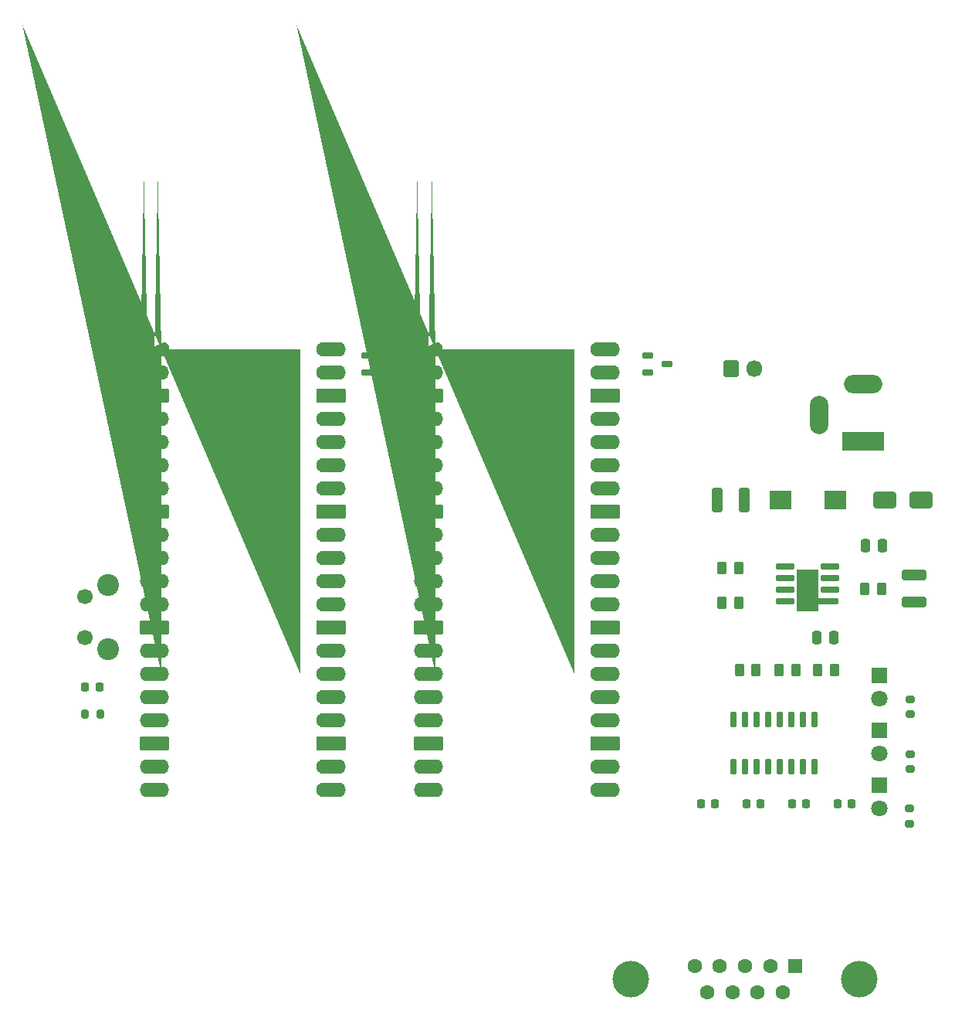
<source format=gts>
%TF.GenerationSoftware,KiCad,Pcbnew,7.0.1-3b83917a11~171~ubuntu20.04.1*%
%TF.CreationDate,2023-05-08T06:47:33+09:00*%
%TF.ProjectId,pcb,7063622e-6b69-4636-9164-5f7063625858,rev?*%
%TF.SameCoordinates,Original*%
%TF.FileFunction,Soldermask,Top*%
%TF.FilePolarity,Negative*%
%FSLAX46Y46*%
G04 Gerber Fmt 4.6, Leading zero omitted, Abs format (unit mm)*
G04 Created by KiCad (PCBNEW 7.0.1-3b83917a11~171~ubuntu20.04.1) date 2023-05-08 06:47:33*
%MOMM*%
%LPD*%
G01*
G04 APERTURE LIST*
G04 Aperture macros list*
%AMRoundRect*
0 Rectangle with rounded corners*
0 $1 Rounding radius*
0 $2 $3 $4 $5 $6 $7 $8 $9 X,Y pos of 4 corners*
0 Add a 4 corners polygon primitive as box body*
4,1,4,$2,$3,$4,$5,$6,$7,$8,$9,$2,$3,0*
0 Add four circle primitives for the rounded corners*
1,1,$1+$1,$2,$3*
1,1,$1+$1,$4,$5*
1,1,$1+$1,$6,$7*
1,1,$1+$1,$8,$9*
0 Add four rect primitives between the rounded corners*
20,1,$1+$1,$2,$3,$4,$5,0*
20,1,$1+$1,$4,$5,$6,$7,0*
20,1,$1+$1,$6,$7,$8,$9,0*
20,1,$1+$1,$8,$9,$2,$3,0*%
%AMFreePoly0*
4,1,58,1.881242,0.792533,1.914585,0.788777,1.924216,0.782725,1.935306,0.780194,1.961541,0.759271,1.989950,0.741421,2.341421,0.389950,2.359271,0.361541,2.380194,0.335306,2.382725,0.324216,2.388777,0.314585,2.392533,0.281242,2.400000,0.248529,2.400000,-0.248529,2.392533,-0.281242,2.388777,-0.314585,2.382725,-0.324216,2.380194,-0.335306,2.359271,-0.361541,2.341421,-0.389950,
1.989950,-0.741421,1.961541,-0.759271,1.935306,-0.780194,1.924216,-0.782725,1.914585,-0.788777,1.881242,-0.792533,1.848529,-0.800000,0.000000,-0.800000,-0.248529,-0.800000,-0.281242,-0.792533,-0.314585,-0.788777,-0.324216,-0.782725,-0.335306,-0.780194,-0.361541,-0.759271,-0.389950,-0.741421,-0.741421,-0.389950,-0.759271,-0.361541,-0.780194,-0.335306,-0.782725,-0.324216,-0.788777,-0.314585,
-0.792533,-0.281242,-0.800000,-0.248529,-0.800000,0.248529,-0.792533,0.281242,-0.788777,0.314585,-0.782725,0.324216,-0.780194,0.335306,-0.759271,0.361541,-0.741421,0.389950,-0.389950,0.741421,-0.361541,0.759271,-0.335306,0.780194,-0.324216,0.782725,-0.314585,0.788777,-0.281242,0.792533,-0.248529,0.800000,1.848529,0.800000,1.881242,0.792533,1.881242,0.792533,$1*%
%AMFreePoly1*
4,1,58,0.281242,0.792533,0.314585,0.788777,0.324216,0.782725,0.335306,0.780194,0.361541,0.759271,0.389950,0.741421,0.741421,0.389950,0.759271,0.361541,0.780194,0.335306,0.782725,0.324216,0.788777,0.314585,0.792533,0.281242,0.800000,0.248529,0.800000,-0.248529,0.792533,-0.281242,0.788777,-0.314585,0.782725,-0.324216,0.780194,-0.335306,0.759271,-0.361541,0.741421,-0.389950,
0.389950,-0.741421,0.361541,-0.759271,0.335306,-0.780194,0.324216,-0.782725,0.314585,-0.788777,0.281242,-0.792533,0.248529,-0.800000,0.000000,-0.800000,-0.248529,-0.800000,-0.281242,-0.792533,-0.314585,-0.788777,-0.324216,-0.782725,-0.335306,-0.780194,-0.361541,-0.759271,-0.389950,-0.741421,-0.741421,-0.389950,-0.759271,-0.361541,-0.780194,-0.335306,-0.782725,-0.324216,-0.788777,-0.314585,
-0.792533,-0.281242,-0.800000,-0.248529,-0.800000,0.248529,-0.792533,0.281242,-0.788777,0.314585,-0.782725,0.324216,-0.780194,0.335306,-0.759271,0.361541,-0.741421,0.389950,-0.389950,0.741421,-0.361541,0.759271,-0.335306,0.780194,-0.324216,0.782725,-0.314585,0.788777,-0.281242,0.792533,-0.248529,0.800000,0.248529,0.800000,0.281242,0.792533,0.281242,0.792533,$1*%
G04 Aperture macros list end*
%ADD10RoundRect,0.150000X0.150000X-0.725000X0.150000X0.725000X-0.150000X0.725000X-0.150000X-0.725000X0*%
%ADD11RoundRect,0.200000X-0.275000X0.200000X-0.275000X-0.200000X0.275000X-0.200000X0.275000X0.200000X0*%
%ADD12C,4.000000*%
%ADD13R,1.600000X1.600000*%
%ADD14C,1.600000*%
%ADD15R,1.800000X1.800000*%
%ADD16C,1.800000*%
%ADD17RoundRect,0.225000X-0.225000X-0.250000X0.225000X-0.250000X0.225000X0.250000X-0.225000X0.250000X0*%
%ADD18RoundRect,0.250000X0.262500X0.450000X-0.262500X0.450000X-0.262500X-0.450000X0.262500X-0.450000X0*%
%ADD19RoundRect,0.250000X-0.262500X-0.450000X0.262500X-0.450000X0.262500X0.450000X-0.262500X0.450000X0*%
%ADD20RoundRect,0.250000X-0.250000X-0.475000X0.250000X-0.475000X0.250000X0.475000X-0.250000X0.475000X0*%
%ADD21RoundRect,0.250000X-1.100000X0.325000X-1.100000X-0.325000X1.100000X-0.325000X1.100000X0.325000X0*%
%ADD22RoundRect,0.200000X0.200000X0.275000X-0.200000X0.275000X-0.200000X-0.275000X0.200000X-0.275000X0*%
%ADD23R,2.450000X2.100000*%
%ADD24RoundRect,0.225000X0.225000X0.250000X-0.225000X0.250000X-0.225000X-0.250000X0.225000X-0.250000X0*%
%ADD25FreePoly0,0.000000*%
%ADD26FreePoly1,0.000000*%
%ADD27O,3.200000X1.600000*%
%ADD28RoundRect,0.200000X-1.400000X-0.600000X1.400000X-0.600000X1.400000X0.600000X-1.400000X0.600000X0*%
%ADD29RoundRect,0.200000X-0.600000X-0.600000X0.600000X-0.600000X0.600000X0.600000X-0.600000X0.600000X0*%
%ADD30RoundRect,0.250000X-1.000000X-0.650000X1.000000X-0.650000X1.000000X0.650000X-1.000000X0.650000X0*%
%ADD31R,4.600000X2.000000*%
%ADD32O,4.200000X2.000000*%
%ADD33O,2.000000X4.200000*%
%ADD34RoundRect,0.250000X-0.600000X-0.675000X0.600000X-0.675000X0.600000X0.675000X-0.600000X0.675000X0*%
%ADD35O,1.700000X1.850000*%
%ADD36C,2.400000*%
%ADD37C,1.700000*%
%ADD38RoundRect,0.048800X-0.541200X-0.256200X0.541200X-0.256200X0.541200X0.256200X-0.541200X0.256200X0*%
%ADD39RoundRect,0.096000X-0.889000X-0.204000X0.889000X-0.204000X0.889000X0.204000X-0.889000X0.204000X0*%
%ADD40RoundRect,0.096000X-1.126000X-0.204000X1.126000X-0.204000X1.126000X0.204000X-1.126000X0.204000X0*%
%ADD41R,2.410000X4.698000*%
%ADD42RoundRect,0.250000X0.325000X1.100000X-0.325000X1.100000X-0.325000X-1.100000X0.325000X-1.100000X0*%
G04 APERTURE END LIST*
D10*
%TO.C,U3*%
X94169400Y-67606200D03*
X95439400Y-67606200D03*
X96709400Y-67606200D03*
X97979400Y-67606200D03*
X99249400Y-67606200D03*
X100519400Y-67606200D03*
X101789400Y-67606200D03*
X103059400Y-67606200D03*
X103059400Y-62456200D03*
X101789400Y-62456200D03*
X100519400Y-62456200D03*
X99249400Y-62456200D03*
X97979400Y-62456200D03*
X96709400Y-62456200D03*
X95439400Y-62456200D03*
X94169400Y-62456200D03*
%TD*%
D11*
%TO.C,R7*%
X113560000Y-60230000D03*
X113560000Y-61880000D03*
%TD*%
D12*
%TO.C,J4*%
X82960000Y-90933900D03*
X107960000Y-90933900D03*
D13*
X101000000Y-89513900D03*
D14*
X98230000Y-89513900D03*
X95460000Y-89513900D03*
X92690000Y-89513900D03*
X89920000Y-89513900D03*
X99615000Y-92353900D03*
X96845000Y-92353900D03*
X94075000Y-92353900D03*
X91305000Y-92353900D03*
%TD*%
D11*
%TO.C,R8*%
X113560000Y-66240000D03*
X113560000Y-67890000D03*
%TD*%
D15*
%TO.C,D3*%
X110220000Y-63670000D03*
D16*
X110220000Y-66210000D03*
%TD*%
D17*
%TO.C,C8*%
X105598800Y-71727200D03*
X107148800Y-71727200D03*
%TD*%
%TO.C,C9*%
X23114000Y-58928000D03*
X24664000Y-58928000D03*
%TD*%
%TO.C,C5*%
X95598800Y-71727200D03*
X97148800Y-71727200D03*
%TD*%
D18*
%TO.C,R2*%
X94779000Y-49654600D03*
X92954000Y-49654600D03*
%TD*%
D19*
%TO.C,R6*%
X99227800Y-57020600D03*
X101052800Y-57020600D03*
%TD*%
D20*
%TO.C,C3*%
X103328600Y-53513600D03*
X105228600Y-53513600D03*
%TD*%
D19*
%TO.C,R3*%
X108623900Y-48130600D03*
X110448900Y-48130600D03*
%TD*%
D11*
%TO.C,R10*%
X113520000Y-72205000D03*
X113520000Y-73855000D03*
%TD*%
D21*
%TO.C,C1*%
X114006800Y-46655600D03*
X114006800Y-49605600D03*
%TD*%
D22*
%TO.C,R9*%
X24764800Y-61899800D03*
X23114800Y-61899800D03*
%TD*%
D15*
%TO.C,D2*%
X110220000Y-57670000D03*
D16*
X110220000Y-60210000D03*
%TD*%
D18*
%TO.C,R4*%
X105267300Y-57020600D03*
X103442300Y-57020600D03*
%TD*%
D17*
%TO.C,C6*%
X100598800Y-71727200D03*
X102148800Y-71727200D03*
%TD*%
D19*
%TO.C,R5*%
X94833600Y-57020600D03*
X96658600Y-57020600D03*
%TD*%
D23*
%TO.C,L1*%
X105373600Y-38427800D03*
X99373600Y-38427800D03*
%TD*%
D24*
%TO.C,C7*%
X92148800Y-71727200D03*
X90598800Y-71727200D03*
%TD*%
D25*
%TO.C,U2*%
X59918800Y-21894800D03*
D26*
X61518800Y-21894800D03*
D27*
X60718800Y-24434800D03*
D14*
X61518800Y-24434800D03*
D28*
X60718800Y-26974800D03*
D29*
X61518800Y-26974800D03*
D27*
X60718800Y-29514800D03*
D14*
X61518800Y-29514800D03*
D27*
X60718800Y-32054800D03*
D14*
X61518800Y-32054800D03*
D27*
X60718800Y-34594800D03*
D14*
X61518800Y-34594800D03*
D27*
X60718800Y-37134800D03*
D14*
X61518800Y-37134800D03*
D28*
X60718800Y-39674800D03*
D29*
X61518800Y-39674800D03*
D27*
X60718800Y-42214800D03*
D14*
X61518800Y-42214800D03*
D27*
X60718800Y-44754800D03*
D14*
X61518800Y-44754800D03*
D27*
X60718800Y-47294800D03*
D14*
X61518800Y-47294800D03*
D27*
X60718800Y-49834800D03*
D14*
X61518800Y-49834800D03*
D28*
X60718800Y-52374800D03*
D29*
X61518800Y-52374800D03*
D27*
X60718800Y-54914800D03*
D14*
X61518800Y-54914800D03*
D27*
X60718800Y-57454800D03*
D14*
X61518800Y-57454800D03*
D27*
X60718800Y-59994800D03*
D14*
X61518800Y-59994800D03*
D27*
X60718800Y-62534800D03*
D14*
X61518800Y-62534800D03*
D28*
X60718800Y-65074800D03*
D29*
X61518800Y-65074800D03*
D27*
X60718800Y-67614800D03*
D14*
X61518800Y-67614800D03*
D27*
X60718800Y-70154800D03*
D14*
X61518800Y-70154800D03*
X79298800Y-70154800D03*
D27*
X80098800Y-70154800D03*
D14*
X79298800Y-67614800D03*
D27*
X80098800Y-67614800D03*
D29*
X79298800Y-65074800D03*
D28*
X80098800Y-65074800D03*
D14*
X79298800Y-62534800D03*
D27*
X80098800Y-62534800D03*
D14*
X79298800Y-59994800D03*
D27*
X80098800Y-59994800D03*
D14*
X79298800Y-57454800D03*
D27*
X80098800Y-57454800D03*
D14*
X79298800Y-54914800D03*
D27*
X80098800Y-54914800D03*
D29*
X79298800Y-52374800D03*
D28*
X80098800Y-52374800D03*
D14*
X79298800Y-49834800D03*
D27*
X80098800Y-49834800D03*
D14*
X79298800Y-47294800D03*
D27*
X80098800Y-47294800D03*
D14*
X79298800Y-44754800D03*
D27*
X80098800Y-44754800D03*
D14*
X79298800Y-42214800D03*
D27*
X80098800Y-42214800D03*
D29*
X79298800Y-39674800D03*
D28*
X80098800Y-39674800D03*
D14*
X79298800Y-37134800D03*
D27*
X80098800Y-37134800D03*
D14*
X79298800Y-34594800D03*
D27*
X80098800Y-34594800D03*
D14*
X79298800Y-32054800D03*
D27*
X80098800Y-32054800D03*
D14*
X79298800Y-29514800D03*
D27*
X80098800Y-29514800D03*
D29*
X79298800Y-26974800D03*
D28*
X80098800Y-26974800D03*
D14*
X79298800Y-24434800D03*
D27*
X80098800Y-24434800D03*
D14*
X79298800Y-21894800D03*
D27*
X80098800Y-21894800D03*
%TD*%
D30*
%TO.C,D1*%
X110787600Y-38402400D03*
X114787600Y-38402400D03*
%TD*%
D31*
%TO.C,J1*%
X108381800Y-31979400D03*
D32*
X108381800Y-25679400D03*
D33*
X103581800Y-29079400D03*
%TD*%
D34*
%TO.C,J3*%
X93974600Y-24018000D03*
D35*
X96474600Y-24018000D03*
%TD*%
D36*
%TO.C,SW1*%
X25614000Y-54772000D03*
X25614000Y-47772000D03*
D37*
X23114000Y-53522000D03*
X23114000Y-49022000D03*
%TD*%
D38*
%TO.C,Q2*%
X84836000Y-22604800D03*
X84836000Y-24434800D03*
X86886000Y-23519800D03*
%TD*%
%TO.C,Q1*%
X53991400Y-22605400D03*
X53991400Y-24435400D03*
X56041400Y-23520400D03*
%TD*%
D20*
%TO.C,C2*%
X108662600Y-43431600D03*
X110562600Y-43431600D03*
%TD*%
D15*
%TO.C,D4*%
X110220000Y-69670000D03*
D16*
X110220000Y-72210000D03*
%TD*%
D19*
%TO.C,R1*%
X92954000Y-45870000D03*
X94779000Y-45870000D03*
%TD*%
D25*
%TO.C,U4*%
X29896000Y-21894800D03*
D26*
X31496000Y-21894800D03*
D27*
X30696000Y-24434800D03*
D14*
X31496000Y-24434800D03*
D28*
X30696000Y-26974800D03*
D29*
X31496000Y-26974800D03*
D27*
X30696000Y-29514800D03*
D14*
X31496000Y-29514800D03*
D27*
X30696000Y-32054800D03*
D14*
X31496000Y-32054800D03*
D27*
X30696000Y-34594800D03*
D14*
X31496000Y-34594800D03*
D27*
X30696000Y-37134800D03*
D14*
X31496000Y-37134800D03*
D28*
X30696000Y-39674800D03*
D29*
X31496000Y-39674800D03*
D27*
X30696000Y-42214800D03*
D14*
X31496000Y-42214800D03*
D27*
X30696000Y-44754800D03*
D14*
X31496000Y-44754800D03*
D27*
X30696000Y-47294800D03*
D14*
X31496000Y-47294800D03*
D27*
X30696000Y-49834800D03*
D14*
X31496000Y-49834800D03*
D28*
X30696000Y-52374800D03*
D29*
X31496000Y-52374800D03*
D27*
X30696000Y-54914800D03*
D14*
X31496000Y-54914800D03*
D27*
X30696000Y-57454800D03*
D14*
X31496000Y-57454800D03*
D27*
X30696000Y-59994800D03*
D14*
X31496000Y-59994800D03*
D27*
X30696000Y-62534800D03*
D14*
X31496000Y-62534800D03*
D28*
X30696000Y-65074800D03*
D29*
X31496000Y-65074800D03*
D27*
X30696000Y-67614800D03*
D14*
X31496000Y-67614800D03*
D27*
X30696000Y-70154800D03*
D14*
X31496000Y-70154800D03*
X49276000Y-70154800D03*
D27*
X50076000Y-70154800D03*
D14*
X49276000Y-67614800D03*
D27*
X50076000Y-67614800D03*
D29*
X49276000Y-65074800D03*
D28*
X50076000Y-65074800D03*
D14*
X49276000Y-62534800D03*
D27*
X50076000Y-62534800D03*
D14*
X49276000Y-59994800D03*
D27*
X50076000Y-59994800D03*
D14*
X49276000Y-57454800D03*
D27*
X50076000Y-57454800D03*
D14*
X49276000Y-54914800D03*
D27*
X50076000Y-54914800D03*
D29*
X49276000Y-52374800D03*
D28*
X50076000Y-52374800D03*
D14*
X49276000Y-49834800D03*
D27*
X50076000Y-49834800D03*
D14*
X49276000Y-47294800D03*
D27*
X50076000Y-47294800D03*
D14*
X49276000Y-44754800D03*
D27*
X50076000Y-44754800D03*
D14*
X49276000Y-42214800D03*
D27*
X50076000Y-42214800D03*
D29*
X49276000Y-39674800D03*
D28*
X50076000Y-39674800D03*
D14*
X49276000Y-37134800D03*
D27*
X50076000Y-37134800D03*
D14*
X49276000Y-34594800D03*
D27*
X50076000Y-34594800D03*
D14*
X49276000Y-32054800D03*
D27*
X50076000Y-32054800D03*
D14*
X49276000Y-29514800D03*
D27*
X50076000Y-29514800D03*
D29*
X49276000Y-26974800D03*
D28*
X50076000Y-26974800D03*
D14*
X49276000Y-24434800D03*
D27*
X50076000Y-24434800D03*
D14*
X49276000Y-21894800D03*
D27*
X50076000Y-21894800D03*
%TD*%
D39*
%TO.C,U1*%
X99847800Y-45715800D03*
X99847800Y-46985800D03*
X99847800Y-48255800D03*
X99847800Y-49525800D03*
D40*
X104560800Y-49525800D03*
D39*
X104797800Y-48255800D03*
X104797800Y-46985800D03*
X104797800Y-45715800D03*
D41*
X102322800Y-48319800D03*
%TD*%
D42*
%TO.C,C4*%
X95339600Y-38402400D03*
X92389600Y-38402400D03*
%TD*%
M02*

</source>
